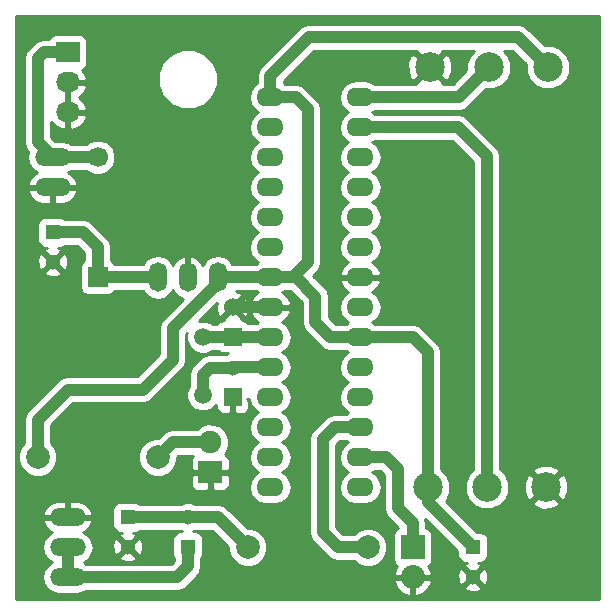
<source format=gbr>
G04 #@! TF.FileFunction,Copper,L2,Bot,Signal*
%FSLAX45Y45*%
G04 Gerber Fmt 4.5, Leading zero omitted, Abs format (unit mm)*
G04 Created by KiCad (PCBNEW 4.0.2+dfsg1-stable) date lun 13 mar 2017 18:38:15 ART*
%MOMM*%
G01*
G04 APERTURE LIST*
%ADD10C,0.100000*%
%ADD11C,2.499360*%
%ADD12R,1.300000X1.300000*%
%ADD13C,1.300000*%
%ADD14R,1.524000X1.524000*%
%ADD15C,1.524000*%
%ADD16C,1.998980*%
%ADD17O,3.014980X1.506220*%
%ADD18O,2.300000X1.600000*%
%ADD19R,2.000000X1.900000*%
%ADD20C,1.900000*%
%ADD21C,1.699260*%
%ADD22R,1.699260X1.699260*%
%ADD23R,2.032000X1.727200*%
%ADD24O,2.032000X1.727200*%
%ADD25R,2.032000X2.032000*%
%ADD26O,2.032000X2.032000*%
%ADD27O,1.501140X2.499360*%
%ADD28C,1.501140*%
%ADD29C,1.016000*%
%ADD30C,0.254000*%
G04 APERTURE END LIST*
D10*
D11*
X23629874Y-5080000D03*
X23129748Y-5080000D03*
X24130000Y-5080000D03*
D12*
X23495000Y-9144000D03*
D13*
X23495000Y-9394000D03*
D12*
X19939000Y-6477000D03*
D13*
X19939000Y-6727000D03*
D12*
X21082000Y-9140000D03*
D13*
X21082000Y-8890000D03*
D14*
X21463000Y-7362000D03*
D15*
X21463000Y-7112000D03*
D14*
X21463000Y-7874000D03*
D13*
X21463000Y-7624000D03*
D16*
X20828000Y-8382000D03*
X19812000Y-8382000D03*
X21590000Y-9144000D03*
X22606000Y-9144000D03*
D17*
X20066000Y-9398000D03*
X20066000Y-9144000D03*
X20066000Y-8890000D03*
D18*
X21780500Y-5334000D03*
X21780500Y-5588000D03*
X21780500Y-5842000D03*
X21780500Y-6096000D03*
X21780500Y-6350000D03*
X21780500Y-6604000D03*
X21780500Y-6858000D03*
X21780500Y-7112000D03*
X21780500Y-7366000D03*
X21780500Y-7620000D03*
X21780500Y-7874000D03*
X21780500Y-8128000D03*
X21780500Y-8382000D03*
X21780500Y-8636000D03*
X22542500Y-8636000D03*
X22542500Y-8382000D03*
X22542500Y-8128000D03*
X22542500Y-7874000D03*
X22542500Y-7620000D03*
X22542500Y-7366000D03*
X22542500Y-7112000D03*
X22542500Y-6858000D03*
X22542500Y-6604000D03*
X22542500Y-6350000D03*
X22542500Y-6096000D03*
X22542500Y-5842000D03*
X22542500Y-5588000D03*
X22542500Y-5334000D03*
D19*
X21272500Y-8509000D03*
D20*
X21272500Y-8255000D03*
D21*
X20319746Y-5841948D03*
D22*
X20319746Y-6857948D03*
D12*
X20574000Y-8890000D03*
D13*
X20574000Y-9140000D03*
D17*
X19939000Y-5842000D03*
X19939000Y-6096000D03*
D23*
X20066000Y-4953000D03*
D24*
X20066000Y-5207000D03*
X20066000Y-5461000D03*
D25*
X22987000Y-9144000D03*
D26*
X22987000Y-9398000D03*
D27*
X21082000Y-6858000D03*
X20828000Y-6858000D03*
X21336000Y-6858000D03*
D28*
X21209000Y-7854188D03*
X21209000Y-7366000D03*
D11*
X23614126Y-8636000D03*
X24114252Y-8636000D03*
X23114000Y-8636000D03*
D29*
X19939000Y-5842000D02*
X20319694Y-5842000D01*
X20319694Y-5842000D02*
X20319746Y-5841948D01*
X19812000Y-5715000D02*
X19939000Y-5842000D01*
X19812000Y-5003800D02*
X19812000Y-5715000D01*
X20066000Y-4953000D02*
X19862800Y-4953000D01*
X19862800Y-4953000D02*
X19812000Y-5003800D01*
X19939468Y-5841532D02*
X19939000Y-5842000D01*
X21463000Y-7112000D02*
X21780500Y-7112000D01*
X21082000Y-8890000D02*
X21336000Y-8890000D01*
X21336000Y-8890000D02*
X21590000Y-9144000D01*
X20574000Y-8890000D02*
X21082000Y-8890000D01*
X20066000Y-9398000D02*
X20990600Y-9398000D01*
X20990600Y-9398000D02*
X21082000Y-9306600D01*
X21082000Y-9306600D02*
X21082000Y-9140000D01*
X20066000Y-9144000D02*
X20066000Y-9398000D01*
X20319746Y-6857948D02*
X20827948Y-6857948D01*
X20827948Y-6857948D02*
X20828000Y-6858000D01*
X20193000Y-6477000D02*
X20319746Y-6603746D01*
X20319746Y-6603746D02*
X20319746Y-6857948D01*
X19939000Y-6477000D02*
X20193000Y-6477000D01*
X23114000Y-7493000D02*
X22987000Y-7366000D01*
X22987000Y-7366000D02*
X22542500Y-7366000D01*
X23114000Y-8636000D02*
X23114000Y-7493000D01*
X23114000Y-8636000D02*
X23114000Y-8763000D01*
X23114000Y-8763000D02*
X23495000Y-9144000D01*
X22106900Y-4826000D02*
X23876000Y-4826000D01*
X23876000Y-4826000D02*
X24130000Y-5080000D01*
X21780500Y-5334000D02*
X21780500Y-5152400D01*
X21780500Y-5152400D02*
X22106900Y-4826000D01*
X21997100Y-6858000D02*
X21997100Y-6831900D01*
X21997100Y-6831900D02*
X22098000Y-6731000D01*
X22098000Y-5434900D02*
X21997100Y-5334000D01*
X22098000Y-6731000D02*
X22098000Y-5434900D01*
X21997100Y-5334000D02*
X21780500Y-5334000D01*
X22161500Y-7239000D02*
X22288500Y-7366000D01*
X22288500Y-7366000D02*
X22542500Y-7366000D01*
X22161500Y-7022400D02*
X22161500Y-7239000D01*
X21780500Y-6858000D02*
X21997100Y-6858000D01*
X21997100Y-6858000D02*
X22161500Y-7022400D01*
X21336000Y-6858000D02*
X21336000Y-6907911D01*
X21336000Y-6907911D02*
X20955000Y-7288911D01*
X19812000Y-8064500D02*
X19812000Y-8382000D01*
X20955000Y-7288911D02*
X20955000Y-7556500D01*
X20955000Y-7556500D02*
X20701000Y-7810500D01*
X20701000Y-7810500D02*
X20066000Y-7810500D01*
X20066000Y-7810500D02*
X19812000Y-8064500D01*
X21336000Y-6858000D02*
X21780500Y-6858000D01*
X20828000Y-8382000D02*
X20955000Y-8255000D01*
X20955000Y-8255000D02*
X21272500Y-8255000D01*
X22987000Y-9144000D02*
X22987000Y-8940800D01*
X22860000Y-8813800D02*
X22860000Y-8482900D01*
X22987000Y-8940800D02*
X22860000Y-8813800D01*
X22860000Y-8482900D02*
X22759100Y-8382000D01*
X22759100Y-8382000D02*
X22542500Y-8382000D01*
X22606000Y-9144000D02*
X22352000Y-9144000D01*
X22352000Y-9144000D02*
X22225000Y-9017000D01*
X22225000Y-8228900D02*
X22325900Y-8128000D01*
X22225000Y-9017000D02*
X22225000Y-8228900D01*
X22325900Y-8128000D02*
X22542500Y-8128000D01*
X23614126Y-5834126D02*
X23368000Y-5588000D01*
X23368000Y-5588000D02*
X22542500Y-5588000D01*
X23614126Y-8636000D02*
X23614126Y-5834126D01*
X23629874Y-5080000D02*
X23375874Y-5334000D01*
X23375874Y-5334000D02*
X22542500Y-5334000D01*
X21780500Y-7620000D02*
X21467000Y-7620000D01*
X21467000Y-7620000D02*
X21463000Y-7624000D01*
X21209000Y-7683500D02*
X21268500Y-7624000D01*
X21268500Y-7624000D02*
X21463000Y-7624000D01*
X21209000Y-7854188D02*
X21209000Y-7683500D01*
X21463000Y-7362000D02*
X21776500Y-7362000D01*
X21776500Y-7362000D02*
X21780500Y-7366000D01*
X21209000Y-7366000D02*
X21459000Y-7366000D01*
X21459000Y-7366000D02*
X21463000Y-7362000D01*
D30*
G36*
X24567000Y-9581000D02*
X19629000Y-9581000D01*
X19629000Y-9144000D01*
X19847554Y-9144000D01*
X19858120Y-9197121D01*
X19888210Y-9242154D01*
X19931381Y-9271000D01*
X19888210Y-9299846D01*
X19858120Y-9344879D01*
X19847554Y-9398000D01*
X19858120Y-9451121D01*
X19888210Y-9496154D01*
X19933244Y-9526245D01*
X19986365Y-9536811D01*
X20145635Y-9536811D01*
X20198756Y-9526245D01*
X20219626Y-9512300D01*
X20990600Y-9512300D01*
X21034341Y-9503599D01*
X21071422Y-9478822D01*
X21113950Y-9436294D01*
X22826402Y-9436294D01*
X22846361Y-9484482D01*
X22890162Y-9531719D01*
X22948705Y-9558598D01*
X22974300Y-9546737D01*
X22974300Y-9410700D01*
X22999700Y-9410700D01*
X22999700Y-9546737D01*
X23025295Y-9558598D01*
X23083838Y-9531719D01*
X23127638Y-9484482D01*
X23127879Y-9483902D01*
X23423059Y-9483902D01*
X23428627Y-9506961D01*
X23476908Y-9523762D01*
X23527943Y-9520808D01*
X23561373Y-9506961D01*
X23566941Y-9483902D01*
X23495000Y-9411961D01*
X23423059Y-9483902D01*
X23127879Y-9483902D01*
X23147597Y-9436294D01*
X23135684Y-9410700D01*
X22999700Y-9410700D01*
X22974300Y-9410700D01*
X22838316Y-9410700D01*
X22826402Y-9436294D01*
X21113950Y-9436294D01*
X21162822Y-9387422D01*
X21187599Y-9350341D01*
X21196300Y-9306600D01*
X21196300Y-9245327D01*
X21206643Y-9230189D01*
X21211744Y-9205000D01*
X21211744Y-9075000D01*
X21207316Y-9051468D01*
X21193409Y-9029856D01*
X21172189Y-9015357D01*
X21147000Y-9010256D01*
X21127454Y-9010256D01*
X21141869Y-9004300D01*
X21288655Y-9004300D01*
X21426553Y-9142197D01*
X21426523Y-9176369D01*
X21451354Y-9236466D01*
X21497293Y-9282485D01*
X21557345Y-9307421D01*
X21622369Y-9307477D01*
X21682466Y-9282646D01*
X21728485Y-9236707D01*
X21753421Y-9176655D01*
X21753477Y-9111631D01*
X21728646Y-9051535D01*
X21682707Y-9005515D01*
X21622655Y-8980579D01*
X21588194Y-8980549D01*
X21416822Y-8809178D01*
X21379741Y-8784401D01*
X21336000Y-8775700D01*
X21141816Y-8775700D01*
X21107672Y-8761522D01*
X21056552Y-8761478D01*
X21022131Y-8775700D01*
X20679327Y-8775700D01*
X20664189Y-8765357D01*
X20639000Y-8760256D01*
X20509000Y-8760256D01*
X20485468Y-8764684D01*
X20463856Y-8778591D01*
X20449357Y-8799811D01*
X20444256Y-8825000D01*
X20444256Y-8955000D01*
X20448684Y-8978532D01*
X20462591Y-9000144D01*
X20483811Y-9014643D01*
X20509000Y-9019744D01*
X20525239Y-9019744D01*
X20507627Y-9027039D01*
X20502059Y-9050098D01*
X20574000Y-9122040D01*
X20645941Y-9050098D01*
X20640373Y-9027039D01*
X20619410Y-9019744D01*
X20639000Y-9019744D01*
X20662532Y-9015316D01*
X20679651Y-9004300D01*
X21022184Y-9004300D01*
X21036528Y-9010256D01*
X21017000Y-9010256D01*
X20993468Y-9014684D01*
X20971856Y-9028591D01*
X20957357Y-9049811D01*
X20952256Y-9075000D01*
X20952256Y-9205000D01*
X20956684Y-9228532D01*
X20967700Y-9245651D01*
X20967700Y-9259255D01*
X20943255Y-9283700D01*
X20219626Y-9283700D01*
X20200619Y-9271000D01*
X20243790Y-9242154D01*
X20251977Y-9229902D01*
X20502059Y-9229902D01*
X20507627Y-9252961D01*
X20555908Y-9269762D01*
X20606943Y-9266808D01*
X20640373Y-9252961D01*
X20645941Y-9229902D01*
X20574000Y-9157961D01*
X20502059Y-9229902D01*
X20251977Y-9229902D01*
X20273880Y-9197121D01*
X20284446Y-9144000D01*
X20280052Y-9121908D01*
X20444238Y-9121908D01*
X20447192Y-9172943D01*
X20461039Y-9206373D01*
X20484098Y-9211941D01*
X20556040Y-9140000D01*
X20591961Y-9140000D01*
X20663902Y-9211941D01*
X20686961Y-9206373D01*
X20703762Y-9158092D01*
X20700808Y-9107057D01*
X20686961Y-9073627D01*
X20663902Y-9068059D01*
X20591961Y-9140000D01*
X20556040Y-9140000D01*
X20484098Y-9068059D01*
X20461039Y-9073627D01*
X20444238Y-9121908D01*
X20280052Y-9121908D01*
X20273880Y-9090879D01*
X20243790Y-9045846D01*
X20198756Y-9015755D01*
X20198469Y-9015698D01*
X20206292Y-9013385D01*
X20248572Y-8979174D01*
X20274543Y-8931388D01*
X20275978Y-8924167D01*
X20263716Y-8902700D01*
X20078700Y-8902700D01*
X20078700Y-8904700D01*
X20053300Y-8904700D01*
X20053300Y-8902700D01*
X19868284Y-8902700D01*
X19856022Y-8924167D01*
X19857457Y-8931388D01*
X19883428Y-8979174D01*
X19925708Y-9013385D01*
X19933531Y-9015698D01*
X19933244Y-9015755D01*
X19888210Y-9045846D01*
X19858120Y-9090879D01*
X19847554Y-9144000D01*
X19629000Y-9144000D01*
X19629000Y-8855833D01*
X19856022Y-8855833D01*
X19868284Y-8877300D01*
X20053300Y-8877300D01*
X20053300Y-8751189D01*
X20078700Y-8751189D01*
X20078700Y-8877300D01*
X20263716Y-8877300D01*
X20275978Y-8855833D01*
X20274543Y-8848613D01*
X20248572Y-8800826D01*
X20206292Y-8766615D01*
X20154138Y-8751189D01*
X20078700Y-8751189D01*
X20053300Y-8751189D01*
X19977862Y-8751189D01*
X19925708Y-8766615D01*
X19883428Y-8800826D01*
X19857457Y-8848613D01*
X19856022Y-8855833D01*
X19629000Y-8855833D01*
X19629000Y-8414369D01*
X19648523Y-8414369D01*
X19673354Y-8474466D01*
X19719293Y-8520485D01*
X19779345Y-8545421D01*
X19844369Y-8545477D01*
X19904466Y-8520646D01*
X19950485Y-8474707D01*
X19975421Y-8414655D01*
X19975421Y-8414369D01*
X20664523Y-8414369D01*
X20689354Y-8474466D01*
X20735293Y-8520485D01*
X20795345Y-8545421D01*
X20860369Y-8545477D01*
X20879495Y-8537575D01*
X21109000Y-8537575D01*
X21109000Y-8616631D01*
X21118667Y-8639970D01*
X21136530Y-8657833D01*
X21159869Y-8667500D01*
X21243925Y-8667500D01*
X21259800Y-8651625D01*
X21259800Y-8521700D01*
X21285200Y-8521700D01*
X21285200Y-8651625D01*
X21301075Y-8667500D01*
X21385131Y-8667500D01*
X21408470Y-8657833D01*
X21426333Y-8639970D01*
X21436000Y-8616631D01*
X21436000Y-8537575D01*
X21420125Y-8521700D01*
X21285200Y-8521700D01*
X21259800Y-8521700D01*
X21124875Y-8521700D01*
X21109000Y-8537575D01*
X20879495Y-8537575D01*
X20920466Y-8520646D01*
X20966485Y-8474707D01*
X20991421Y-8414655D01*
X20991451Y-8380194D01*
X21002345Y-8369300D01*
X21127397Y-8369300D01*
X21118667Y-8378030D01*
X21109000Y-8401369D01*
X21109000Y-8480425D01*
X21124875Y-8496300D01*
X21259800Y-8496300D01*
X21259800Y-8494300D01*
X21285200Y-8494300D01*
X21285200Y-8496300D01*
X21420125Y-8496300D01*
X21436000Y-8480425D01*
X21436000Y-8401369D01*
X21426333Y-8378030D01*
X21408470Y-8360167D01*
X21396475Y-8355199D01*
X21406791Y-8344900D01*
X21430972Y-8286666D01*
X21431028Y-8223611D01*
X21406948Y-8165334D01*
X21362400Y-8120709D01*
X21304166Y-8096528D01*
X21241111Y-8096472D01*
X21182834Y-8120552D01*
X21162651Y-8140700D01*
X20955000Y-8140700D01*
X20911259Y-8149401D01*
X20874178Y-8174178D01*
X20829803Y-8218552D01*
X20795631Y-8218523D01*
X20735535Y-8243354D01*
X20689515Y-8289293D01*
X20664579Y-8349345D01*
X20664523Y-8414369D01*
X19975421Y-8414369D01*
X19975477Y-8349631D01*
X19950646Y-8289534D01*
X19926300Y-8265146D01*
X19926300Y-8111845D01*
X20113345Y-7924800D01*
X20701000Y-7924800D01*
X20744741Y-7916099D01*
X20781822Y-7891322D01*
X21035822Y-7637322D01*
X21060599Y-7600241D01*
X21069300Y-7556500D01*
X21069300Y-7336256D01*
X21072761Y-7332795D01*
X21070467Y-7338318D01*
X21070419Y-7393440D01*
X21091469Y-7444384D01*
X21130411Y-7483394D01*
X21181318Y-7504533D01*
X21236440Y-7504581D01*
X21287384Y-7483531D01*
X21290621Y-7480300D01*
X21338432Y-7480300D01*
X21340391Y-7483344D01*
X21361611Y-7497843D01*
X21386800Y-7502944D01*
X21419482Y-7502944D01*
X21403131Y-7509700D01*
X21268500Y-7509700D01*
X21224759Y-7518401D01*
X21187678Y-7543178D01*
X21128178Y-7602678D01*
X21103401Y-7639759D01*
X21094700Y-7683500D01*
X21094700Y-7772510D01*
X21091606Y-7775599D01*
X21070467Y-7826506D01*
X21070419Y-7881628D01*
X21091469Y-7932572D01*
X21130411Y-7971582D01*
X21181318Y-7992721D01*
X21236440Y-7992769D01*
X21287384Y-7971719D01*
X21323300Y-7935866D01*
X21323300Y-7962831D01*
X21332967Y-7986170D01*
X21350830Y-8004033D01*
X21374169Y-8013700D01*
X21434425Y-8013700D01*
X21450300Y-7997825D01*
X21450300Y-7886700D01*
X21448300Y-7886700D01*
X21448300Y-7861300D01*
X21450300Y-7861300D01*
X21450300Y-7859300D01*
X21475700Y-7859300D01*
X21475700Y-7861300D01*
X21477700Y-7861300D01*
X21477700Y-7886700D01*
X21475700Y-7886700D01*
X21475700Y-7997825D01*
X21491575Y-8013700D01*
X21551831Y-8013700D01*
X21575170Y-8004033D01*
X21593033Y-7986170D01*
X21602700Y-7962831D01*
X21602700Y-7902575D01*
X21586825Y-7886700D01*
X21601029Y-7886700D01*
X21609426Y-7928915D01*
X21640533Y-7975470D01*
X21678742Y-8001000D01*
X21640533Y-8026530D01*
X21609426Y-8073085D01*
X21598503Y-8128000D01*
X21609426Y-8182915D01*
X21640533Y-8229470D01*
X21678742Y-8255000D01*
X21640533Y-8280530D01*
X21609426Y-8327085D01*
X21598503Y-8382000D01*
X21609426Y-8436915D01*
X21640533Y-8483470D01*
X21678742Y-8509000D01*
X21640533Y-8534530D01*
X21609426Y-8581085D01*
X21598503Y-8636000D01*
X21609426Y-8690915D01*
X21640533Y-8737470D01*
X21687088Y-8768577D01*
X21742003Y-8779500D01*
X21818997Y-8779500D01*
X21873912Y-8768577D01*
X21920467Y-8737470D01*
X21951574Y-8690915D01*
X21962497Y-8636000D01*
X21951574Y-8581085D01*
X21920467Y-8534530D01*
X21882258Y-8509000D01*
X21920467Y-8483470D01*
X21951574Y-8436915D01*
X21962497Y-8382000D01*
X21951574Y-8327085D01*
X21920467Y-8280530D01*
X21882258Y-8255000D01*
X21920467Y-8229470D01*
X21951574Y-8182915D01*
X21962497Y-8128000D01*
X21951574Y-8073085D01*
X21920467Y-8026530D01*
X21882258Y-8001000D01*
X21920467Y-7975470D01*
X21951574Y-7928915D01*
X21962497Y-7874000D01*
X21951574Y-7819085D01*
X21920467Y-7772530D01*
X21882258Y-7747000D01*
X21920467Y-7721470D01*
X21951574Y-7674915D01*
X21962497Y-7620000D01*
X21951574Y-7565085D01*
X21920467Y-7518530D01*
X21882258Y-7493000D01*
X21920467Y-7467470D01*
X21951574Y-7420915D01*
X21962497Y-7366000D01*
X21951574Y-7311085D01*
X21920467Y-7264530D01*
X21882685Y-7239285D01*
X21925950Y-7204490D01*
X21952937Y-7155182D01*
X21954690Y-7146904D01*
X21942492Y-7124700D01*
X21793200Y-7124700D01*
X21793200Y-7126700D01*
X21767800Y-7126700D01*
X21767800Y-7124700D01*
X21765800Y-7124700D01*
X21765800Y-7099300D01*
X21767800Y-7099300D01*
X21767800Y-7097300D01*
X21793200Y-7097300D01*
X21793200Y-7099300D01*
X21942492Y-7099300D01*
X21954690Y-7077096D01*
X21952937Y-7068818D01*
X21925950Y-7019510D01*
X21882685Y-6984715D01*
X21901265Y-6972300D01*
X21949755Y-6972300D01*
X22047200Y-7069745D01*
X22047200Y-7239000D01*
X22055901Y-7282741D01*
X22080678Y-7319822D01*
X22207678Y-7446822D01*
X22244759Y-7471599D01*
X22288500Y-7480300D01*
X22421735Y-7480300D01*
X22440742Y-7493000D01*
X22402533Y-7518530D01*
X22371426Y-7565085D01*
X22360503Y-7620000D01*
X22371426Y-7674915D01*
X22402533Y-7721470D01*
X22440742Y-7747000D01*
X22402533Y-7772530D01*
X22371426Y-7819085D01*
X22360503Y-7874000D01*
X22371426Y-7928915D01*
X22402533Y-7975470D01*
X22440742Y-8001000D01*
X22421735Y-8013700D01*
X22325900Y-8013700D01*
X22282159Y-8022401D01*
X22245078Y-8047178D01*
X22144178Y-8148078D01*
X22119401Y-8185159D01*
X22110700Y-8228900D01*
X22110700Y-9017000D01*
X22119401Y-9060741D01*
X22144178Y-9097822D01*
X22271178Y-9224822D01*
X22308259Y-9249599D01*
X22352000Y-9258300D01*
X22489150Y-9258300D01*
X22513293Y-9282485D01*
X22573345Y-9307421D01*
X22638369Y-9307477D01*
X22698465Y-9282646D01*
X22744485Y-9236707D01*
X22769421Y-9176655D01*
X22769477Y-9111631D01*
X22744646Y-9051535D01*
X22698707Y-9005515D01*
X22638655Y-8980579D01*
X22573631Y-8980523D01*
X22513534Y-9005354D01*
X22489146Y-9029700D01*
X22399345Y-9029700D01*
X22339300Y-8969655D01*
X22339300Y-8276245D01*
X22373245Y-8242300D01*
X22421735Y-8242300D01*
X22440742Y-8255000D01*
X22402533Y-8280530D01*
X22371426Y-8327085D01*
X22360503Y-8382000D01*
X22371426Y-8436915D01*
X22402533Y-8483470D01*
X22440742Y-8509000D01*
X22402533Y-8534530D01*
X22371426Y-8581085D01*
X22360503Y-8636000D01*
X22371426Y-8690915D01*
X22402533Y-8737470D01*
X22449088Y-8768577D01*
X22504003Y-8779500D01*
X22580997Y-8779500D01*
X22635912Y-8768577D01*
X22682467Y-8737470D01*
X22713574Y-8690915D01*
X22724497Y-8636000D01*
X22713574Y-8581085D01*
X22682467Y-8534530D01*
X22644258Y-8509000D01*
X22663265Y-8496300D01*
X22711755Y-8496300D01*
X22745700Y-8530245D01*
X22745700Y-8813800D01*
X22754401Y-8857541D01*
X22779178Y-8894622D01*
X22865884Y-8981328D01*
X22861868Y-8982084D01*
X22840256Y-8995991D01*
X22825757Y-9017211D01*
X22820656Y-9042400D01*
X22820656Y-9245600D01*
X22825084Y-9269132D01*
X22838991Y-9290744D01*
X22855295Y-9301884D01*
X22846361Y-9311518D01*
X22826402Y-9359706D01*
X22838316Y-9385300D01*
X22974300Y-9385300D01*
X22974300Y-9383300D01*
X22999700Y-9383300D01*
X22999700Y-9385300D01*
X23135684Y-9385300D01*
X23140055Y-9375908D01*
X23365238Y-9375908D01*
X23368192Y-9426943D01*
X23382039Y-9460373D01*
X23405098Y-9465941D01*
X23477039Y-9394000D01*
X23512960Y-9394000D01*
X23584902Y-9465941D01*
X23607961Y-9460373D01*
X23624762Y-9412092D01*
X23621808Y-9361057D01*
X23607961Y-9327627D01*
X23584902Y-9322059D01*
X23512960Y-9394000D01*
X23477039Y-9394000D01*
X23405098Y-9322059D01*
X23382039Y-9327627D01*
X23365238Y-9375908D01*
X23140055Y-9375908D01*
X23147597Y-9359706D01*
X23127638Y-9311518D01*
X23118590Y-9301760D01*
X23133744Y-9292009D01*
X23148243Y-9270789D01*
X23153344Y-9245600D01*
X23153344Y-9042400D01*
X23148916Y-9018868D01*
X23135009Y-8997256D01*
X23113789Y-8982757D01*
X23101300Y-8980228D01*
X23101300Y-8940800D01*
X23094135Y-8904780D01*
X23365256Y-9175901D01*
X23365256Y-9209000D01*
X23369684Y-9232532D01*
X23383591Y-9254144D01*
X23404811Y-9268643D01*
X23430000Y-9273744D01*
X23446238Y-9273744D01*
X23428627Y-9281039D01*
X23423059Y-9304098D01*
X23495000Y-9376040D01*
X23566941Y-9304098D01*
X23561373Y-9281039D01*
X23540410Y-9273744D01*
X23560000Y-9273744D01*
X23583532Y-9269316D01*
X23605144Y-9255409D01*
X23619643Y-9234189D01*
X23624744Y-9209000D01*
X23624744Y-9079000D01*
X23620316Y-9055468D01*
X23606409Y-9033856D01*
X23585189Y-9019357D01*
X23560000Y-9014256D01*
X23526901Y-9014256D01*
X23264604Y-8751960D01*
X23273682Y-8742898D01*
X23302435Y-8673653D01*
X23302501Y-8598676D01*
X23273869Y-8529381D01*
X23228300Y-8483733D01*
X23228300Y-7493000D01*
X23219599Y-7449259D01*
X23194822Y-7412178D01*
X23067822Y-7285178D01*
X23030741Y-7260401D01*
X22987000Y-7251700D01*
X22663265Y-7251700D01*
X22644258Y-7239000D01*
X22682467Y-7213470D01*
X22713574Y-7166915D01*
X22724497Y-7112000D01*
X22713574Y-7057085D01*
X22682467Y-7010530D01*
X22644685Y-6985285D01*
X22687950Y-6950490D01*
X22714937Y-6901182D01*
X22716690Y-6892904D01*
X22704491Y-6870700D01*
X22555200Y-6870700D01*
X22555200Y-6872700D01*
X22529800Y-6872700D01*
X22529800Y-6870700D01*
X22380508Y-6870700D01*
X22368310Y-6892904D01*
X22370063Y-6901182D01*
X22397050Y-6950490D01*
X22440315Y-6985285D01*
X22402533Y-7010530D01*
X22371426Y-7057085D01*
X22360503Y-7112000D01*
X22371426Y-7166915D01*
X22402533Y-7213470D01*
X22440742Y-7239000D01*
X22421735Y-7251700D01*
X22335845Y-7251700D01*
X22275800Y-7191655D01*
X22275800Y-7022400D01*
X22267099Y-6978659D01*
X22242322Y-6941578D01*
X22145695Y-6844950D01*
X22178822Y-6811822D01*
X22203599Y-6774741D01*
X22212300Y-6731000D01*
X22212300Y-5434900D01*
X22203599Y-5391159D01*
X22178822Y-5354078D01*
X22077922Y-5253178D01*
X22040841Y-5228401D01*
X21997100Y-5219700D01*
X21901265Y-5219700D01*
X21894800Y-5215380D01*
X21894800Y-5199745D01*
X22046956Y-5047588D01*
X22940341Y-5047588D01*
X22942355Y-5122538D01*
X22967162Y-5182428D01*
X22996439Y-5195348D01*
X23111787Y-5080000D01*
X23147708Y-5080000D01*
X23263057Y-5195348D01*
X23292334Y-5182428D01*
X23319155Y-5112412D01*
X23317141Y-5037462D01*
X23292334Y-4977573D01*
X23263057Y-4964652D01*
X23147708Y-5080000D01*
X23111787Y-5080000D01*
X22996439Y-4964652D01*
X22967162Y-4977573D01*
X22940341Y-5047588D01*
X22046956Y-5047588D01*
X22154245Y-4940300D01*
X23017220Y-4940300D01*
X23014400Y-4946691D01*
X23129748Y-5062040D01*
X23245096Y-4946691D01*
X23242276Y-4940300D01*
X23503051Y-4940300D01*
X23470192Y-4973102D01*
X23441439Y-5042347D01*
X23441382Y-5106847D01*
X23328529Y-5219700D01*
X23242276Y-5219700D01*
X23245096Y-5213309D01*
X23129748Y-5097961D01*
X23014400Y-5213309D01*
X23017220Y-5219700D01*
X22663265Y-5219700D01*
X22635912Y-5201423D01*
X22580997Y-5190500D01*
X22504003Y-5190500D01*
X22449088Y-5201423D01*
X22402533Y-5232530D01*
X22371426Y-5279085D01*
X22360503Y-5334000D01*
X22371426Y-5388915D01*
X22402533Y-5435470D01*
X22440742Y-5461000D01*
X22402533Y-5486530D01*
X22371426Y-5533085D01*
X22360503Y-5588000D01*
X22371426Y-5642915D01*
X22402533Y-5689470D01*
X22440742Y-5715000D01*
X22402533Y-5740530D01*
X22371426Y-5787085D01*
X22360503Y-5842000D01*
X22371426Y-5896915D01*
X22402533Y-5943470D01*
X22440742Y-5969000D01*
X22402533Y-5994530D01*
X22371426Y-6041085D01*
X22360503Y-6096000D01*
X22371426Y-6150915D01*
X22402533Y-6197470D01*
X22440742Y-6223000D01*
X22402533Y-6248530D01*
X22371426Y-6295085D01*
X22360503Y-6350000D01*
X22371426Y-6404915D01*
X22402533Y-6451470D01*
X22440742Y-6477000D01*
X22402533Y-6502530D01*
X22371426Y-6549085D01*
X22360503Y-6604000D01*
X22371426Y-6658915D01*
X22402533Y-6705470D01*
X22440315Y-6730715D01*
X22397050Y-6765510D01*
X22370063Y-6814818D01*
X22368310Y-6823096D01*
X22380508Y-6845300D01*
X22529800Y-6845300D01*
X22529800Y-6843300D01*
X22555200Y-6843300D01*
X22555200Y-6845300D01*
X22704491Y-6845300D01*
X22716690Y-6823096D01*
X22714937Y-6814818D01*
X22687950Y-6765510D01*
X22644685Y-6730715D01*
X22682467Y-6705470D01*
X22713574Y-6658915D01*
X22724497Y-6604000D01*
X22713574Y-6549085D01*
X22682467Y-6502530D01*
X22644258Y-6477000D01*
X22682467Y-6451470D01*
X22713574Y-6404915D01*
X22724497Y-6350000D01*
X22713574Y-6295085D01*
X22682467Y-6248530D01*
X22644258Y-6223000D01*
X22682467Y-6197470D01*
X22713574Y-6150915D01*
X22724497Y-6096000D01*
X22713574Y-6041085D01*
X22682467Y-5994530D01*
X22644258Y-5969000D01*
X22682467Y-5943470D01*
X22713574Y-5896915D01*
X22724497Y-5842000D01*
X22713574Y-5787085D01*
X22682467Y-5740530D01*
X22644258Y-5715000D01*
X22663265Y-5702300D01*
X23320655Y-5702300D01*
X23499826Y-5881471D01*
X23499826Y-8483799D01*
X23454444Y-8529102D01*
X23425691Y-8598347D01*
X23425625Y-8673324D01*
X23454257Y-8742619D01*
X23507228Y-8795682D01*
X23576473Y-8824435D01*
X23651450Y-8824501D01*
X23720745Y-8795869D01*
X23747351Y-8769309D01*
X23998904Y-8769309D01*
X24011824Y-8798586D01*
X24081840Y-8825407D01*
X24156790Y-8823393D01*
X24216679Y-8798586D01*
X24229600Y-8769309D01*
X24114252Y-8653961D01*
X23998904Y-8769309D01*
X23747351Y-8769309D01*
X23773808Y-8742898D01*
X23802561Y-8673653D01*
X23802622Y-8603588D01*
X23924845Y-8603588D01*
X23926859Y-8678538D01*
X23951666Y-8738428D01*
X23980943Y-8751348D01*
X24096291Y-8636000D01*
X24132212Y-8636000D01*
X24247561Y-8751348D01*
X24276838Y-8738428D01*
X24303659Y-8668412D01*
X24301645Y-8593462D01*
X24276838Y-8533573D01*
X24247561Y-8520652D01*
X24132212Y-8636000D01*
X24096291Y-8636000D01*
X23980943Y-8520652D01*
X23951666Y-8533573D01*
X23924845Y-8603588D01*
X23802622Y-8603588D01*
X23802627Y-8598676D01*
X23773995Y-8529381D01*
X23747351Y-8502691D01*
X23998904Y-8502691D01*
X24114252Y-8618040D01*
X24229600Y-8502691D01*
X24216679Y-8473414D01*
X24146664Y-8446593D01*
X24071714Y-8448607D01*
X24011824Y-8473414D01*
X23998904Y-8502691D01*
X23747351Y-8502691D01*
X23728426Y-8483733D01*
X23728426Y-5834126D01*
X23719725Y-5790385D01*
X23694948Y-5753304D01*
X23448822Y-5507178D01*
X23411741Y-5482401D01*
X23368000Y-5473700D01*
X22663265Y-5473700D01*
X22644258Y-5461000D01*
X22663265Y-5448300D01*
X23375874Y-5448300D01*
X23419615Y-5439599D01*
X23456696Y-5414822D01*
X23603074Y-5268445D01*
X23667198Y-5268501D01*
X23736493Y-5239869D01*
X23789556Y-5186898D01*
X23818309Y-5117653D01*
X23818375Y-5042676D01*
X23789743Y-4973381D01*
X23756719Y-4940300D01*
X23828655Y-4940300D01*
X23941555Y-5053200D01*
X23941499Y-5117324D01*
X23970131Y-5186619D01*
X24023102Y-5239682D01*
X24092347Y-5268435D01*
X24167324Y-5268501D01*
X24236619Y-5239869D01*
X24289682Y-5186898D01*
X24318435Y-5117653D01*
X24318501Y-5042676D01*
X24289869Y-4973381D01*
X24236898Y-4920318D01*
X24167653Y-4891565D01*
X24103153Y-4891509D01*
X23956822Y-4745178D01*
X23919741Y-4720401D01*
X23876000Y-4711700D01*
X22106900Y-4711700D01*
X22063159Y-4720401D01*
X22026078Y-4745178D01*
X21699678Y-5071578D01*
X21674901Y-5108659D01*
X21666200Y-5152400D01*
X21666200Y-5215380D01*
X21640533Y-5232530D01*
X21609426Y-5279085D01*
X21598503Y-5334000D01*
X21609426Y-5388915D01*
X21640533Y-5435470D01*
X21678742Y-5461000D01*
X21640533Y-5486530D01*
X21609426Y-5533085D01*
X21598503Y-5588000D01*
X21609426Y-5642915D01*
X21640533Y-5689470D01*
X21678742Y-5715000D01*
X21640533Y-5740530D01*
X21609426Y-5787085D01*
X21598503Y-5842000D01*
X21609426Y-5896915D01*
X21640533Y-5943470D01*
X21678742Y-5969000D01*
X21640533Y-5994530D01*
X21609426Y-6041085D01*
X21598503Y-6096000D01*
X21609426Y-6150915D01*
X21640533Y-6197470D01*
X21678742Y-6223000D01*
X21640533Y-6248530D01*
X21609426Y-6295085D01*
X21598503Y-6350000D01*
X21609426Y-6404915D01*
X21640533Y-6451470D01*
X21678742Y-6477000D01*
X21640533Y-6502530D01*
X21609426Y-6549085D01*
X21598503Y-6604000D01*
X21609426Y-6658915D01*
X21640533Y-6705470D01*
X21678742Y-6731000D01*
X21659735Y-6743700D01*
X21458883Y-6743700D01*
X21433975Y-6706422D01*
X21389024Y-6676387D01*
X21336000Y-6665840D01*
X21282977Y-6676387D01*
X21238025Y-6706422D01*
X21207990Y-6751373D01*
X21207805Y-6752303D01*
X21205150Y-6743332D01*
X21170994Y-6701134D01*
X21123290Y-6675219D01*
X21116128Y-6673801D01*
X21094700Y-6686066D01*
X21094700Y-6845300D01*
X21096700Y-6845300D01*
X21096700Y-6870700D01*
X21094700Y-6870700D01*
X21094700Y-6872700D01*
X21069300Y-6872700D01*
X21069300Y-6870700D01*
X21067300Y-6870700D01*
X21067300Y-6845300D01*
X21069300Y-6845300D01*
X21069300Y-6686066D01*
X21047873Y-6673801D01*
X21040710Y-6675219D01*
X20993006Y-6701134D01*
X20958850Y-6743332D01*
X20956195Y-6752303D01*
X20956010Y-6751373D01*
X20925975Y-6706422D01*
X20881024Y-6676387D01*
X20828000Y-6665840D01*
X20774977Y-6676387D01*
X20730025Y-6706422D01*
X20705152Y-6743648D01*
X20461290Y-6743648D01*
X20451118Y-6727841D01*
X20434046Y-6716176D01*
X20434046Y-6603746D01*
X20425345Y-6560005D01*
X20400568Y-6522924D01*
X20273822Y-6396178D01*
X20236741Y-6371401D01*
X20193000Y-6362700D01*
X20044327Y-6362700D01*
X20029189Y-6352357D01*
X20004000Y-6347256D01*
X19874000Y-6347256D01*
X19850468Y-6351684D01*
X19828856Y-6365591D01*
X19814357Y-6386811D01*
X19809256Y-6412000D01*
X19809256Y-6542000D01*
X19813684Y-6565532D01*
X19827591Y-6587144D01*
X19848811Y-6601643D01*
X19874000Y-6606744D01*
X19890239Y-6606744D01*
X19872627Y-6614039D01*
X19867059Y-6637098D01*
X19939000Y-6709039D01*
X20010941Y-6637098D01*
X20005373Y-6614039D01*
X19984410Y-6606744D01*
X20004000Y-6606744D01*
X20027532Y-6602316D01*
X20044651Y-6591300D01*
X20145655Y-6591300D01*
X20205446Y-6651091D01*
X20205446Y-6716404D01*
X20189639Y-6726576D01*
X20175140Y-6747796D01*
X20170039Y-6772985D01*
X20170039Y-6942911D01*
X20174467Y-6966443D01*
X20188374Y-6988055D01*
X20209594Y-7002554D01*
X20234783Y-7007655D01*
X20404709Y-7007655D01*
X20428241Y-7003227D01*
X20449853Y-6989320D01*
X20461518Y-6972248D01*
X20705082Y-6972248D01*
X20730025Y-7009578D01*
X20774977Y-7039613D01*
X20828000Y-7050160D01*
X20881024Y-7039613D01*
X20925975Y-7009578D01*
X20956010Y-6964627D01*
X20956195Y-6963697D01*
X20958850Y-6972668D01*
X20993006Y-7014866D01*
X21040710Y-7040781D01*
X21041357Y-7040909D01*
X20874178Y-7208089D01*
X20849401Y-7245170D01*
X20840700Y-7288911D01*
X20840700Y-7509155D01*
X20653655Y-7696200D01*
X20066000Y-7696200D01*
X20022259Y-7704901D01*
X19985178Y-7729678D01*
X19731178Y-7983678D01*
X19706401Y-8020759D01*
X19697700Y-8064500D01*
X19697700Y-8265150D01*
X19673515Y-8289293D01*
X19648579Y-8349345D01*
X19648523Y-8414369D01*
X19629000Y-8414369D01*
X19629000Y-6816902D01*
X19867059Y-6816902D01*
X19872627Y-6839961D01*
X19920908Y-6856762D01*
X19971943Y-6853808D01*
X20005373Y-6839961D01*
X20010941Y-6816902D01*
X19939000Y-6744960D01*
X19867059Y-6816902D01*
X19629000Y-6816902D01*
X19629000Y-6708908D01*
X19809238Y-6708908D01*
X19812192Y-6759943D01*
X19826039Y-6793373D01*
X19849098Y-6798941D01*
X19921040Y-6727000D01*
X19956961Y-6727000D01*
X20028902Y-6798941D01*
X20051961Y-6793373D01*
X20068762Y-6745092D01*
X20065808Y-6694057D01*
X20051961Y-6660627D01*
X20028902Y-6655059D01*
X19956961Y-6727000D01*
X19921040Y-6727000D01*
X19849098Y-6655059D01*
X19826039Y-6660627D01*
X19809238Y-6708908D01*
X19629000Y-6708908D01*
X19629000Y-6130167D01*
X19729022Y-6130167D01*
X19730457Y-6137387D01*
X19756428Y-6185174D01*
X19798708Y-6219385D01*
X19850862Y-6234811D01*
X19926300Y-6234811D01*
X19926300Y-6108700D01*
X19951700Y-6108700D01*
X19951700Y-6234811D01*
X20027138Y-6234811D01*
X20079292Y-6219385D01*
X20121572Y-6185174D01*
X20147543Y-6137387D01*
X20148978Y-6130167D01*
X20136716Y-6108700D01*
X19951700Y-6108700D01*
X19926300Y-6108700D01*
X19741284Y-6108700D01*
X19729022Y-6130167D01*
X19629000Y-6130167D01*
X19629000Y-5003800D01*
X19697700Y-5003800D01*
X19697700Y-5715000D01*
X19706401Y-5758741D01*
X19730069Y-5794163D01*
X19720554Y-5842000D01*
X19731120Y-5895121D01*
X19761210Y-5940154D01*
X19806244Y-5970245D01*
X19806531Y-5970302D01*
X19798708Y-5972615D01*
X19756428Y-6006826D01*
X19730457Y-6054612D01*
X19729022Y-6061833D01*
X19741284Y-6083300D01*
X19926300Y-6083300D01*
X19926300Y-6081300D01*
X19951700Y-6081300D01*
X19951700Y-6083300D01*
X20136716Y-6083300D01*
X20148978Y-6061833D01*
X20147543Y-6054612D01*
X20121572Y-6006826D01*
X20079292Y-5972615D01*
X20071469Y-5970302D01*
X20071756Y-5970245D01*
X20092626Y-5956300D01*
X20224123Y-5956300D01*
X20235539Y-5967735D01*
X20290085Y-5990385D01*
X20349148Y-5990437D01*
X20403734Y-5967882D01*
X20445533Y-5926155D01*
X20468183Y-5871609D01*
X20468235Y-5812546D01*
X20445680Y-5757960D01*
X20403953Y-5716161D01*
X20349407Y-5693511D01*
X20290344Y-5693459D01*
X20235758Y-5716014D01*
X20224052Y-5727700D01*
X20092626Y-5727700D01*
X20071756Y-5713755D01*
X20018635Y-5703189D01*
X19961834Y-5703189D01*
X19926300Y-5667655D01*
X19926300Y-5541599D01*
X19930927Y-5551204D01*
X19974568Y-5590195D01*
X20029809Y-5609518D01*
X20053300Y-5595092D01*
X20053300Y-5473700D01*
X20078700Y-5473700D01*
X20078700Y-5595092D01*
X20102191Y-5609518D01*
X20157432Y-5590195D01*
X20201073Y-5551204D01*
X20226471Y-5498479D01*
X20226736Y-5496903D01*
X20214622Y-5473700D01*
X20078700Y-5473700D01*
X20053300Y-5473700D01*
X20051300Y-5473700D01*
X20051300Y-5448300D01*
X20053300Y-5448300D01*
X20053300Y-5219700D01*
X20078700Y-5219700D01*
X20078700Y-5448300D01*
X20214622Y-5448300D01*
X20226736Y-5425097D01*
X20226471Y-5423521D01*
X20201073Y-5370796D01*
X20159889Y-5334000D01*
X20201073Y-5297204D01*
X20226471Y-5244479D01*
X20226736Y-5242903D01*
X20220940Y-5231802D01*
X20828464Y-5231802D01*
X20866975Y-5325004D01*
X20938221Y-5396375D01*
X21031356Y-5435048D01*
X21132202Y-5435136D01*
X21225404Y-5396625D01*
X21296775Y-5325379D01*
X21335448Y-5232244D01*
X21335536Y-5131399D01*
X21297025Y-5038196D01*
X21225779Y-4966825D01*
X21132644Y-4928152D01*
X21031799Y-4928064D01*
X20938596Y-4966575D01*
X20867225Y-5037821D01*
X20828552Y-5130956D01*
X20828464Y-5231802D01*
X20220940Y-5231802D01*
X20214622Y-5219700D01*
X20078700Y-5219700D01*
X20053300Y-5219700D01*
X20051300Y-5219700D01*
X20051300Y-5194300D01*
X20053300Y-5194300D01*
X20053300Y-5192300D01*
X20078700Y-5192300D01*
X20078700Y-5194300D01*
X20214622Y-5194300D01*
X20226736Y-5171097D01*
X20226471Y-5169521D01*
X20201073Y-5116796D01*
X20183516Y-5101109D01*
X20191132Y-5099676D01*
X20212744Y-5085769D01*
X20227243Y-5064549D01*
X20232344Y-5039360D01*
X20232344Y-4866640D01*
X20227916Y-4843108D01*
X20214009Y-4821496D01*
X20192789Y-4806997D01*
X20167600Y-4801896D01*
X19964400Y-4801896D01*
X19940868Y-4806324D01*
X19919256Y-4820231D01*
X19906637Y-4838700D01*
X19862800Y-4838700D01*
X19819059Y-4847401D01*
X19781978Y-4872178D01*
X19731178Y-4922978D01*
X19706401Y-4960059D01*
X19697700Y-5003800D01*
X19629000Y-5003800D01*
X19629000Y-4643000D01*
X24567000Y-4643000D01*
X24567000Y-9581000D01*
X24567000Y-9581000D01*
G37*
X24567000Y-9581000D02*
X19629000Y-9581000D01*
X19629000Y-9144000D01*
X19847554Y-9144000D01*
X19858120Y-9197121D01*
X19888210Y-9242154D01*
X19931381Y-9271000D01*
X19888210Y-9299846D01*
X19858120Y-9344879D01*
X19847554Y-9398000D01*
X19858120Y-9451121D01*
X19888210Y-9496154D01*
X19933244Y-9526245D01*
X19986365Y-9536811D01*
X20145635Y-9536811D01*
X20198756Y-9526245D01*
X20219626Y-9512300D01*
X20990600Y-9512300D01*
X21034341Y-9503599D01*
X21071422Y-9478822D01*
X21113950Y-9436294D01*
X22826402Y-9436294D01*
X22846361Y-9484482D01*
X22890162Y-9531719D01*
X22948705Y-9558598D01*
X22974300Y-9546737D01*
X22974300Y-9410700D01*
X22999700Y-9410700D01*
X22999700Y-9546737D01*
X23025295Y-9558598D01*
X23083838Y-9531719D01*
X23127638Y-9484482D01*
X23127879Y-9483902D01*
X23423059Y-9483902D01*
X23428627Y-9506961D01*
X23476908Y-9523762D01*
X23527943Y-9520808D01*
X23561373Y-9506961D01*
X23566941Y-9483902D01*
X23495000Y-9411961D01*
X23423059Y-9483902D01*
X23127879Y-9483902D01*
X23147597Y-9436294D01*
X23135684Y-9410700D01*
X22999700Y-9410700D01*
X22974300Y-9410700D01*
X22838316Y-9410700D01*
X22826402Y-9436294D01*
X21113950Y-9436294D01*
X21162822Y-9387422D01*
X21187599Y-9350341D01*
X21196300Y-9306600D01*
X21196300Y-9245327D01*
X21206643Y-9230189D01*
X21211744Y-9205000D01*
X21211744Y-9075000D01*
X21207316Y-9051468D01*
X21193409Y-9029856D01*
X21172189Y-9015357D01*
X21147000Y-9010256D01*
X21127454Y-9010256D01*
X21141869Y-9004300D01*
X21288655Y-9004300D01*
X21426553Y-9142197D01*
X21426523Y-9176369D01*
X21451354Y-9236466D01*
X21497293Y-9282485D01*
X21557345Y-9307421D01*
X21622369Y-9307477D01*
X21682466Y-9282646D01*
X21728485Y-9236707D01*
X21753421Y-9176655D01*
X21753477Y-9111631D01*
X21728646Y-9051535D01*
X21682707Y-9005515D01*
X21622655Y-8980579D01*
X21588194Y-8980549D01*
X21416822Y-8809178D01*
X21379741Y-8784401D01*
X21336000Y-8775700D01*
X21141816Y-8775700D01*
X21107672Y-8761522D01*
X21056552Y-8761478D01*
X21022131Y-8775700D01*
X20679327Y-8775700D01*
X20664189Y-8765357D01*
X20639000Y-8760256D01*
X20509000Y-8760256D01*
X20485468Y-8764684D01*
X20463856Y-8778591D01*
X20449357Y-8799811D01*
X20444256Y-8825000D01*
X20444256Y-8955000D01*
X20448684Y-8978532D01*
X20462591Y-9000144D01*
X20483811Y-9014643D01*
X20509000Y-9019744D01*
X20525239Y-9019744D01*
X20507627Y-9027039D01*
X20502059Y-9050098D01*
X20574000Y-9122040D01*
X20645941Y-9050098D01*
X20640373Y-9027039D01*
X20619410Y-9019744D01*
X20639000Y-9019744D01*
X20662532Y-9015316D01*
X20679651Y-9004300D01*
X21022184Y-9004300D01*
X21036528Y-9010256D01*
X21017000Y-9010256D01*
X20993468Y-9014684D01*
X20971856Y-9028591D01*
X20957357Y-9049811D01*
X20952256Y-9075000D01*
X20952256Y-9205000D01*
X20956684Y-9228532D01*
X20967700Y-9245651D01*
X20967700Y-9259255D01*
X20943255Y-9283700D01*
X20219626Y-9283700D01*
X20200619Y-9271000D01*
X20243790Y-9242154D01*
X20251977Y-9229902D01*
X20502059Y-9229902D01*
X20507627Y-9252961D01*
X20555908Y-9269762D01*
X20606943Y-9266808D01*
X20640373Y-9252961D01*
X20645941Y-9229902D01*
X20574000Y-9157961D01*
X20502059Y-9229902D01*
X20251977Y-9229902D01*
X20273880Y-9197121D01*
X20284446Y-9144000D01*
X20280052Y-9121908D01*
X20444238Y-9121908D01*
X20447192Y-9172943D01*
X20461039Y-9206373D01*
X20484098Y-9211941D01*
X20556040Y-9140000D01*
X20591961Y-9140000D01*
X20663902Y-9211941D01*
X20686961Y-9206373D01*
X20703762Y-9158092D01*
X20700808Y-9107057D01*
X20686961Y-9073627D01*
X20663902Y-9068059D01*
X20591961Y-9140000D01*
X20556040Y-9140000D01*
X20484098Y-9068059D01*
X20461039Y-9073627D01*
X20444238Y-9121908D01*
X20280052Y-9121908D01*
X20273880Y-9090879D01*
X20243790Y-9045846D01*
X20198756Y-9015755D01*
X20198469Y-9015698D01*
X20206292Y-9013385D01*
X20248572Y-8979174D01*
X20274543Y-8931388D01*
X20275978Y-8924167D01*
X20263716Y-8902700D01*
X20078700Y-8902700D01*
X20078700Y-8904700D01*
X20053300Y-8904700D01*
X20053300Y-8902700D01*
X19868284Y-8902700D01*
X19856022Y-8924167D01*
X19857457Y-8931388D01*
X19883428Y-8979174D01*
X19925708Y-9013385D01*
X19933531Y-9015698D01*
X19933244Y-9015755D01*
X19888210Y-9045846D01*
X19858120Y-9090879D01*
X19847554Y-9144000D01*
X19629000Y-9144000D01*
X19629000Y-8855833D01*
X19856022Y-8855833D01*
X19868284Y-8877300D01*
X20053300Y-8877300D01*
X20053300Y-8751189D01*
X20078700Y-8751189D01*
X20078700Y-8877300D01*
X20263716Y-8877300D01*
X20275978Y-8855833D01*
X20274543Y-8848613D01*
X20248572Y-8800826D01*
X20206292Y-8766615D01*
X20154138Y-8751189D01*
X20078700Y-8751189D01*
X20053300Y-8751189D01*
X19977862Y-8751189D01*
X19925708Y-8766615D01*
X19883428Y-8800826D01*
X19857457Y-8848613D01*
X19856022Y-8855833D01*
X19629000Y-8855833D01*
X19629000Y-8414369D01*
X19648523Y-8414369D01*
X19673354Y-8474466D01*
X19719293Y-8520485D01*
X19779345Y-8545421D01*
X19844369Y-8545477D01*
X19904466Y-8520646D01*
X19950485Y-8474707D01*
X19975421Y-8414655D01*
X19975421Y-8414369D01*
X20664523Y-8414369D01*
X20689354Y-8474466D01*
X20735293Y-8520485D01*
X20795345Y-8545421D01*
X20860369Y-8545477D01*
X20879495Y-8537575D01*
X21109000Y-8537575D01*
X21109000Y-8616631D01*
X21118667Y-8639970D01*
X21136530Y-8657833D01*
X21159869Y-8667500D01*
X21243925Y-8667500D01*
X21259800Y-8651625D01*
X21259800Y-8521700D01*
X21285200Y-8521700D01*
X21285200Y-8651625D01*
X21301075Y-8667500D01*
X21385131Y-8667500D01*
X21408470Y-8657833D01*
X21426333Y-8639970D01*
X21436000Y-8616631D01*
X21436000Y-8537575D01*
X21420125Y-8521700D01*
X21285200Y-8521700D01*
X21259800Y-8521700D01*
X21124875Y-8521700D01*
X21109000Y-8537575D01*
X20879495Y-8537575D01*
X20920466Y-8520646D01*
X20966485Y-8474707D01*
X20991421Y-8414655D01*
X20991451Y-8380194D01*
X21002345Y-8369300D01*
X21127397Y-8369300D01*
X21118667Y-8378030D01*
X21109000Y-8401369D01*
X21109000Y-8480425D01*
X21124875Y-8496300D01*
X21259800Y-8496300D01*
X21259800Y-8494300D01*
X21285200Y-8494300D01*
X21285200Y-8496300D01*
X21420125Y-8496300D01*
X21436000Y-8480425D01*
X21436000Y-8401369D01*
X21426333Y-8378030D01*
X21408470Y-8360167D01*
X21396475Y-8355199D01*
X21406791Y-8344900D01*
X21430972Y-8286666D01*
X21431028Y-8223611D01*
X21406948Y-8165334D01*
X21362400Y-8120709D01*
X21304166Y-8096528D01*
X21241111Y-8096472D01*
X21182834Y-8120552D01*
X21162651Y-8140700D01*
X20955000Y-8140700D01*
X20911259Y-8149401D01*
X20874178Y-8174178D01*
X20829803Y-8218552D01*
X20795631Y-8218523D01*
X20735535Y-8243354D01*
X20689515Y-8289293D01*
X20664579Y-8349345D01*
X20664523Y-8414369D01*
X19975421Y-8414369D01*
X19975477Y-8349631D01*
X19950646Y-8289534D01*
X19926300Y-8265146D01*
X19926300Y-8111845D01*
X20113345Y-7924800D01*
X20701000Y-7924800D01*
X20744741Y-7916099D01*
X20781822Y-7891322D01*
X21035822Y-7637322D01*
X21060599Y-7600241D01*
X21069300Y-7556500D01*
X21069300Y-7336256D01*
X21072761Y-7332795D01*
X21070467Y-7338318D01*
X21070419Y-7393440D01*
X21091469Y-7444384D01*
X21130411Y-7483394D01*
X21181318Y-7504533D01*
X21236440Y-7504581D01*
X21287384Y-7483531D01*
X21290621Y-7480300D01*
X21338432Y-7480300D01*
X21340391Y-7483344D01*
X21361611Y-7497843D01*
X21386800Y-7502944D01*
X21419482Y-7502944D01*
X21403131Y-7509700D01*
X21268500Y-7509700D01*
X21224759Y-7518401D01*
X21187678Y-7543178D01*
X21128178Y-7602678D01*
X21103401Y-7639759D01*
X21094700Y-7683500D01*
X21094700Y-7772510D01*
X21091606Y-7775599D01*
X21070467Y-7826506D01*
X21070419Y-7881628D01*
X21091469Y-7932572D01*
X21130411Y-7971582D01*
X21181318Y-7992721D01*
X21236440Y-7992769D01*
X21287384Y-7971719D01*
X21323300Y-7935866D01*
X21323300Y-7962831D01*
X21332967Y-7986170D01*
X21350830Y-8004033D01*
X21374169Y-8013700D01*
X21434425Y-8013700D01*
X21450300Y-7997825D01*
X21450300Y-7886700D01*
X21448300Y-7886700D01*
X21448300Y-7861300D01*
X21450300Y-7861300D01*
X21450300Y-7859300D01*
X21475700Y-7859300D01*
X21475700Y-7861300D01*
X21477700Y-7861300D01*
X21477700Y-7886700D01*
X21475700Y-7886700D01*
X21475700Y-7997825D01*
X21491575Y-8013700D01*
X21551831Y-8013700D01*
X21575170Y-8004033D01*
X21593033Y-7986170D01*
X21602700Y-7962831D01*
X21602700Y-7902575D01*
X21586825Y-7886700D01*
X21601029Y-7886700D01*
X21609426Y-7928915D01*
X21640533Y-7975470D01*
X21678742Y-8001000D01*
X21640533Y-8026530D01*
X21609426Y-8073085D01*
X21598503Y-8128000D01*
X21609426Y-8182915D01*
X21640533Y-8229470D01*
X21678742Y-8255000D01*
X21640533Y-8280530D01*
X21609426Y-8327085D01*
X21598503Y-8382000D01*
X21609426Y-8436915D01*
X21640533Y-8483470D01*
X21678742Y-8509000D01*
X21640533Y-8534530D01*
X21609426Y-8581085D01*
X21598503Y-8636000D01*
X21609426Y-8690915D01*
X21640533Y-8737470D01*
X21687088Y-8768577D01*
X21742003Y-8779500D01*
X21818997Y-8779500D01*
X21873912Y-8768577D01*
X21920467Y-8737470D01*
X21951574Y-8690915D01*
X21962497Y-8636000D01*
X21951574Y-8581085D01*
X21920467Y-8534530D01*
X21882258Y-8509000D01*
X21920467Y-8483470D01*
X21951574Y-8436915D01*
X21962497Y-8382000D01*
X21951574Y-8327085D01*
X21920467Y-8280530D01*
X21882258Y-8255000D01*
X21920467Y-8229470D01*
X21951574Y-8182915D01*
X21962497Y-8128000D01*
X21951574Y-8073085D01*
X21920467Y-8026530D01*
X21882258Y-8001000D01*
X21920467Y-7975470D01*
X21951574Y-7928915D01*
X21962497Y-7874000D01*
X21951574Y-7819085D01*
X21920467Y-7772530D01*
X21882258Y-7747000D01*
X21920467Y-7721470D01*
X21951574Y-7674915D01*
X21962497Y-7620000D01*
X21951574Y-7565085D01*
X21920467Y-7518530D01*
X21882258Y-7493000D01*
X21920467Y-7467470D01*
X21951574Y-7420915D01*
X21962497Y-7366000D01*
X21951574Y-7311085D01*
X21920467Y-7264530D01*
X21882685Y-7239285D01*
X21925950Y-7204490D01*
X21952937Y-7155182D01*
X21954690Y-7146904D01*
X21942492Y-7124700D01*
X21793200Y-7124700D01*
X21793200Y-7126700D01*
X21767800Y-7126700D01*
X21767800Y-7124700D01*
X21765800Y-7124700D01*
X21765800Y-7099300D01*
X21767800Y-7099300D01*
X21767800Y-7097300D01*
X21793200Y-7097300D01*
X21793200Y-7099300D01*
X21942492Y-7099300D01*
X21954690Y-7077096D01*
X21952937Y-7068818D01*
X21925950Y-7019510D01*
X21882685Y-6984715D01*
X21901265Y-6972300D01*
X21949755Y-6972300D01*
X22047200Y-7069745D01*
X22047200Y-7239000D01*
X22055901Y-7282741D01*
X22080678Y-7319822D01*
X22207678Y-7446822D01*
X22244759Y-7471599D01*
X22288500Y-7480300D01*
X22421735Y-7480300D01*
X22440742Y-7493000D01*
X22402533Y-7518530D01*
X22371426Y-7565085D01*
X22360503Y-7620000D01*
X22371426Y-7674915D01*
X22402533Y-7721470D01*
X22440742Y-7747000D01*
X22402533Y-7772530D01*
X22371426Y-7819085D01*
X22360503Y-7874000D01*
X22371426Y-7928915D01*
X22402533Y-7975470D01*
X22440742Y-8001000D01*
X22421735Y-8013700D01*
X22325900Y-8013700D01*
X22282159Y-8022401D01*
X22245078Y-8047178D01*
X22144178Y-8148078D01*
X22119401Y-8185159D01*
X22110700Y-8228900D01*
X22110700Y-9017000D01*
X22119401Y-9060741D01*
X22144178Y-9097822D01*
X22271178Y-9224822D01*
X22308259Y-9249599D01*
X22352000Y-9258300D01*
X22489150Y-9258300D01*
X22513293Y-9282485D01*
X22573345Y-9307421D01*
X22638369Y-9307477D01*
X22698465Y-9282646D01*
X22744485Y-9236707D01*
X22769421Y-9176655D01*
X22769477Y-9111631D01*
X22744646Y-9051535D01*
X22698707Y-9005515D01*
X22638655Y-8980579D01*
X22573631Y-8980523D01*
X22513534Y-9005354D01*
X22489146Y-9029700D01*
X22399345Y-9029700D01*
X22339300Y-8969655D01*
X22339300Y-8276245D01*
X22373245Y-8242300D01*
X22421735Y-8242300D01*
X22440742Y-8255000D01*
X22402533Y-8280530D01*
X22371426Y-8327085D01*
X22360503Y-8382000D01*
X22371426Y-8436915D01*
X22402533Y-8483470D01*
X22440742Y-8509000D01*
X22402533Y-8534530D01*
X22371426Y-8581085D01*
X22360503Y-8636000D01*
X22371426Y-8690915D01*
X22402533Y-8737470D01*
X22449088Y-8768577D01*
X22504003Y-8779500D01*
X22580997Y-8779500D01*
X22635912Y-8768577D01*
X22682467Y-8737470D01*
X22713574Y-8690915D01*
X22724497Y-8636000D01*
X22713574Y-8581085D01*
X22682467Y-8534530D01*
X22644258Y-8509000D01*
X22663265Y-8496300D01*
X22711755Y-8496300D01*
X22745700Y-8530245D01*
X22745700Y-8813800D01*
X22754401Y-8857541D01*
X22779178Y-8894622D01*
X22865884Y-8981328D01*
X22861868Y-8982084D01*
X22840256Y-8995991D01*
X22825757Y-9017211D01*
X22820656Y-9042400D01*
X22820656Y-9245600D01*
X22825084Y-9269132D01*
X22838991Y-9290744D01*
X22855295Y-9301884D01*
X22846361Y-9311518D01*
X22826402Y-9359706D01*
X22838316Y-9385300D01*
X22974300Y-9385300D01*
X22974300Y-9383300D01*
X22999700Y-9383300D01*
X22999700Y-9385300D01*
X23135684Y-9385300D01*
X23140055Y-9375908D01*
X23365238Y-9375908D01*
X23368192Y-9426943D01*
X23382039Y-9460373D01*
X23405098Y-9465941D01*
X23477039Y-9394000D01*
X23512960Y-9394000D01*
X23584902Y-9465941D01*
X23607961Y-9460373D01*
X23624762Y-9412092D01*
X23621808Y-9361057D01*
X23607961Y-9327627D01*
X23584902Y-9322059D01*
X23512960Y-9394000D01*
X23477039Y-9394000D01*
X23405098Y-9322059D01*
X23382039Y-9327627D01*
X23365238Y-9375908D01*
X23140055Y-9375908D01*
X23147597Y-9359706D01*
X23127638Y-9311518D01*
X23118590Y-9301760D01*
X23133744Y-9292009D01*
X23148243Y-9270789D01*
X23153344Y-9245600D01*
X23153344Y-9042400D01*
X23148916Y-9018868D01*
X23135009Y-8997256D01*
X23113789Y-8982757D01*
X23101300Y-8980228D01*
X23101300Y-8940800D01*
X23094135Y-8904780D01*
X23365256Y-9175901D01*
X23365256Y-9209000D01*
X23369684Y-9232532D01*
X23383591Y-9254144D01*
X23404811Y-9268643D01*
X23430000Y-9273744D01*
X23446238Y-9273744D01*
X23428627Y-9281039D01*
X23423059Y-9304098D01*
X23495000Y-9376040D01*
X23566941Y-9304098D01*
X23561373Y-9281039D01*
X23540410Y-9273744D01*
X23560000Y-9273744D01*
X23583532Y-9269316D01*
X23605144Y-9255409D01*
X23619643Y-9234189D01*
X23624744Y-9209000D01*
X23624744Y-9079000D01*
X23620316Y-9055468D01*
X23606409Y-9033856D01*
X23585189Y-9019357D01*
X23560000Y-9014256D01*
X23526901Y-9014256D01*
X23264604Y-8751960D01*
X23273682Y-8742898D01*
X23302435Y-8673653D01*
X23302501Y-8598676D01*
X23273869Y-8529381D01*
X23228300Y-8483733D01*
X23228300Y-7493000D01*
X23219599Y-7449259D01*
X23194822Y-7412178D01*
X23067822Y-7285178D01*
X23030741Y-7260401D01*
X22987000Y-7251700D01*
X22663265Y-7251700D01*
X22644258Y-7239000D01*
X22682467Y-7213470D01*
X22713574Y-7166915D01*
X22724497Y-7112000D01*
X22713574Y-7057085D01*
X22682467Y-7010530D01*
X22644685Y-6985285D01*
X22687950Y-6950490D01*
X22714937Y-6901182D01*
X22716690Y-6892904D01*
X22704491Y-6870700D01*
X22555200Y-6870700D01*
X22555200Y-6872700D01*
X22529800Y-6872700D01*
X22529800Y-6870700D01*
X22380508Y-6870700D01*
X22368310Y-6892904D01*
X22370063Y-6901182D01*
X22397050Y-6950490D01*
X22440315Y-6985285D01*
X22402533Y-7010530D01*
X22371426Y-7057085D01*
X22360503Y-7112000D01*
X22371426Y-7166915D01*
X22402533Y-7213470D01*
X22440742Y-7239000D01*
X22421735Y-7251700D01*
X22335845Y-7251700D01*
X22275800Y-7191655D01*
X22275800Y-7022400D01*
X22267099Y-6978659D01*
X22242322Y-6941578D01*
X22145695Y-6844950D01*
X22178822Y-6811822D01*
X22203599Y-6774741D01*
X22212300Y-6731000D01*
X22212300Y-5434900D01*
X22203599Y-5391159D01*
X22178822Y-5354078D01*
X22077922Y-5253178D01*
X22040841Y-5228401D01*
X21997100Y-5219700D01*
X21901265Y-5219700D01*
X21894800Y-5215380D01*
X21894800Y-5199745D01*
X22046956Y-5047588D01*
X22940341Y-5047588D01*
X22942355Y-5122538D01*
X22967162Y-5182428D01*
X22996439Y-5195348D01*
X23111787Y-5080000D01*
X23147708Y-5080000D01*
X23263057Y-5195348D01*
X23292334Y-5182428D01*
X23319155Y-5112412D01*
X23317141Y-5037462D01*
X23292334Y-4977573D01*
X23263057Y-4964652D01*
X23147708Y-5080000D01*
X23111787Y-5080000D01*
X22996439Y-4964652D01*
X22967162Y-4977573D01*
X22940341Y-5047588D01*
X22046956Y-5047588D01*
X22154245Y-4940300D01*
X23017220Y-4940300D01*
X23014400Y-4946691D01*
X23129748Y-5062040D01*
X23245096Y-4946691D01*
X23242276Y-4940300D01*
X23503051Y-4940300D01*
X23470192Y-4973102D01*
X23441439Y-5042347D01*
X23441382Y-5106847D01*
X23328529Y-5219700D01*
X23242276Y-5219700D01*
X23245096Y-5213309D01*
X23129748Y-5097961D01*
X23014400Y-5213309D01*
X23017220Y-5219700D01*
X22663265Y-5219700D01*
X22635912Y-5201423D01*
X22580997Y-5190500D01*
X22504003Y-5190500D01*
X22449088Y-5201423D01*
X22402533Y-5232530D01*
X22371426Y-5279085D01*
X22360503Y-5334000D01*
X22371426Y-5388915D01*
X22402533Y-5435470D01*
X22440742Y-5461000D01*
X22402533Y-5486530D01*
X22371426Y-5533085D01*
X22360503Y-5588000D01*
X22371426Y-5642915D01*
X22402533Y-5689470D01*
X22440742Y-5715000D01*
X22402533Y-5740530D01*
X22371426Y-5787085D01*
X22360503Y-5842000D01*
X22371426Y-5896915D01*
X22402533Y-5943470D01*
X22440742Y-5969000D01*
X22402533Y-5994530D01*
X22371426Y-6041085D01*
X22360503Y-6096000D01*
X22371426Y-6150915D01*
X22402533Y-6197470D01*
X22440742Y-6223000D01*
X22402533Y-6248530D01*
X22371426Y-6295085D01*
X22360503Y-6350000D01*
X22371426Y-6404915D01*
X22402533Y-6451470D01*
X22440742Y-6477000D01*
X22402533Y-6502530D01*
X22371426Y-6549085D01*
X22360503Y-6604000D01*
X22371426Y-6658915D01*
X22402533Y-6705470D01*
X22440315Y-6730715D01*
X22397050Y-6765510D01*
X22370063Y-6814818D01*
X22368310Y-6823096D01*
X22380508Y-6845300D01*
X22529800Y-6845300D01*
X22529800Y-6843300D01*
X22555200Y-6843300D01*
X22555200Y-6845300D01*
X22704491Y-6845300D01*
X22716690Y-6823096D01*
X22714937Y-6814818D01*
X22687950Y-6765510D01*
X22644685Y-6730715D01*
X22682467Y-6705470D01*
X22713574Y-6658915D01*
X22724497Y-6604000D01*
X22713574Y-6549085D01*
X22682467Y-6502530D01*
X22644258Y-6477000D01*
X22682467Y-6451470D01*
X22713574Y-6404915D01*
X22724497Y-6350000D01*
X22713574Y-6295085D01*
X22682467Y-6248530D01*
X22644258Y-6223000D01*
X22682467Y-6197470D01*
X22713574Y-6150915D01*
X22724497Y-6096000D01*
X22713574Y-6041085D01*
X22682467Y-5994530D01*
X22644258Y-5969000D01*
X22682467Y-5943470D01*
X22713574Y-5896915D01*
X22724497Y-5842000D01*
X22713574Y-5787085D01*
X22682467Y-5740530D01*
X22644258Y-5715000D01*
X22663265Y-5702300D01*
X23320655Y-5702300D01*
X23499826Y-5881471D01*
X23499826Y-8483799D01*
X23454444Y-8529102D01*
X23425691Y-8598347D01*
X23425625Y-8673324D01*
X23454257Y-8742619D01*
X23507228Y-8795682D01*
X23576473Y-8824435D01*
X23651450Y-8824501D01*
X23720745Y-8795869D01*
X23747351Y-8769309D01*
X23998904Y-8769309D01*
X24011824Y-8798586D01*
X24081840Y-8825407D01*
X24156790Y-8823393D01*
X24216679Y-8798586D01*
X24229600Y-8769309D01*
X24114252Y-8653961D01*
X23998904Y-8769309D01*
X23747351Y-8769309D01*
X23773808Y-8742898D01*
X23802561Y-8673653D01*
X23802622Y-8603588D01*
X23924845Y-8603588D01*
X23926859Y-8678538D01*
X23951666Y-8738428D01*
X23980943Y-8751348D01*
X24096291Y-8636000D01*
X24132212Y-8636000D01*
X24247561Y-8751348D01*
X24276838Y-8738428D01*
X24303659Y-8668412D01*
X24301645Y-8593462D01*
X24276838Y-8533573D01*
X24247561Y-8520652D01*
X24132212Y-8636000D01*
X24096291Y-8636000D01*
X23980943Y-8520652D01*
X23951666Y-8533573D01*
X23924845Y-8603588D01*
X23802622Y-8603588D01*
X23802627Y-8598676D01*
X23773995Y-8529381D01*
X23747351Y-8502691D01*
X23998904Y-8502691D01*
X24114252Y-8618040D01*
X24229600Y-8502691D01*
X24216679Y-8473414D01*
X24146664Y-8446593D01*
X24071714Y-8448607D01*
X24011824Y-8473414D01*
X23998904Y-8502691D01*
X23747351Y-8502691D01*
X23728426Y-8483733D01*
X23728426Y-5834126D01*
X23719725Y-5790385D01*
X23694948Y-5753304D01*
X23448822Y-5507178D01*
X23411741Y-5482401D01*
X23368000Y-5473700D01*
X22663265Y-5473700D01*
X22644258Y-5461000D01*
X22663265Y-5448300D01*
X23375874Y-5448300D01*
X23419615Y-5439599D01*
X23456696Y-5414822D01*
X23603074Y-5268445D01*
X23667198Y-5268501D01*
X23736493Y-5239869D01*
X23789556Y-5186898D01*
X23818309Y-5117653D01*
X23818375Y-5042676D01*
X23789743Y-4973381D01*
X23756719Y-4940300D01*
X23828655Y-4940300D01*
X23941555Y-5053200D01*
X23941499Y-5117324D01*
X23970131Y-5186619D01*
X24023102Y-5239682D01*
X24092347Y-5268435D01*
X24167324Y-5268501D01*
X24236619Y-5239869D01*
X24289682Y-5186898D01*
X24318435Y-5117653D01*
X24318501Y-5042676D01*
X24289869Y-4973381D01*
X24236898Y-4920318D01*
X24167653Y-4891565D01*
X24103153Y-4891509D01*
X23956822Y-4745178D01*
X23919741Y-4720401D01*
X23876000Y-4711700D01*
X22106900Y-4711700D01*
X22063159Y-4720401D01*
X22026078Y-4745178D01*
X21699678Y-5071578D01*
X21674901Y-5108659D01*
X21666200Y-5152400D01*
X21666200Y-5215380D01*
X21640533Y-5232530D01*
X21609426Y-5279085D01*
X21598503Y-5334000D01*
X21609426Y-5388915D01*
X21640533Y-5435470D01*
X21678742Y-5461000D01*
X21640533Y-5486530D01*
X21609426Y-5533085D01*
X21598503Y-5588000D01*
X21609426Y-5642915D01*
X21640533Y-5689470D01*
X21678742Y-5715000D01*
X21640533Y-5740530D01*
X21609426Y-5787085D01*
X21598503Y-5842000D01*
X21609426Y-5896915D01*
X21640533Y-5943470D01*
X21678742Y-5969000D01*
X21640533Y-5994530D01*
X21609426Y-6041085D01*
X21598503Y-6096000D01*
X21609426Y-6150915D01*
X21640533Y-6197470D01*
X21678742Y-6223000D01*
X21640533Y-6248530D01*
X21609426Y-6295085D01*
X21598503Y-6350000D01*
X21609426Y-6404915D01*
X21640533Y-6451470D01*
X21678742Y-6477000D01*
X21640533Y-6502530D01*
X21609426Y-6549085D01*
X21598503Y-6604000D01*
X21609426Y-6658915D01*
X21640533Y-6705470D01*
X21678742Y-6731000D01*
X21659735Y-6743700D01*
X21458883Y-6743700D01*
X21433975Y-6706422D01*
X21389024Y-6676387D01*
X21336000Y-6665840D01*
X21282977Y-6676387D01*
X21238025Y-6706422D01*
X21207990Y-6751373D01*
X21207805Y-6752303D01*
X21205150Y-6743332D01*
X21170994Y-6701134D01*
X21123290Y-6675219D01*
X21116128Y-6673801D01*
X21094700Y-6686066D01*
X21094700Y-6845300D01*
X21096700Y-6845300D01*
X21096700Y-6870700D01*
X21094700Y-6870700D01*
X21094700Y-6872700D01*
X21069300Y-6872700D01*
X21069300Y-6870700D01*
X21067300Y-6870700D01*
X21067300Y-6845300D01*
X21069300Y-6845300D01*
X21069300Y-6686066D01*
X21047873Y-6673801D01*
X21040710Y-6675219D01*
X20993006Y-6701134D01*
X20958850Y-6743332D01*
X20956195Y-6752303D01*
X20956010Y-6751373D01*
X20925975Y-6706422D01*
X20881024Y-6676387D01*
X20828000Y-6665840D01*
X20774977Y-6676387D01*
X20730025Y-6706422D01*
X20705152Y-6743648D01*
X20461290Y-6743648D01*
X20451118Y-6727841D01*
X20434046Y-6716176D01*
X20434046Y-6603746D01*
X20425345Y-6560005D01*
X20400568Y-6522924D01*
X20273822Y-6396178D01*
X20236741Y-6371401D01*
X20193000Y-6362700D01*
X20044327Y-6362700D01*
X20029189Y-6352357D01*
X20004000Y-6347256D01*
X19874000Y-6347256D01*
X19850468Y-6351684D01*
X19828856Y-6365591D01*
X19814357Y-6386811D01*
X19809256Y-6412000D01*
X19809256Y-6542000D01*
X19813684Y-6565532D01*
X19827591Y-6587144D01*
X19848811Y-6601643D01*
X19874000Y-6606744D01*
X19890239Y-6606744D01*
X19872627Y-6614039D01*
X19867059Y-6637098D01*
X19939000Y-6709039D01*
X20010941Y-6637098D01*
X20005373Y-6614039D01*
X19984410Y-6606744D01*
X20004000Y-6606744D01*
X20027532Y-6602316D01*
X20044651Y-6591300D01*
X20145655Y-6591300D01*
X20205446Y-6651091D01*
X20205446Y-6716404D01*
X20189639Y-6726576D01*
X20175140Y-6747796D01*
X20170039Y-6772985D01*
X20170039Y-6942911D01*
X20174467Y-6966443D01*
X20188374Y-6988055D01*
X20209594Y-7002554D01*
X20234783Y-7007655D01*
X20404709Y-7007655D01*
X20428241Y-7003227D01*
X20449853Y-6989320D01*
X20461518Y-6972248D01*
X20705082Y-6972248D01*
X20730025Y-7009578D01*
X20774977Y-7039613D01*
X20828000Y-7050160D01*
X20881024Y-7039613D01*
X20925975Y-7009578D01*
X20956010Y-6964627D01*
X20956195Y-6963697D01*
X20958850Y-6972668D01*
X20993006Y-7014866D01*
X21040710Y-7040781D01*
X21041357Y-7040909D01*
X20874178Y-7208089D01*
X20849401Y-7245170D01*
X20840700Y-7288911D01*
X20840700Y-7509155D01*
X20653655Y-7696200D01*
X20066000Y-7696200D01*
X20022259Y-7704901D01*
X19985178Y-7729678D01*
X19731178Y-7983678D01*
X19706401Y-8020759D01*
X19697700Y-8064500D01*
X19697700Y-8265150D01*
X19673515Y-8289293D01*
X19648579Y-8349345D01*
X19648523Y-8414369D01*
X19629000Y-8414369D01*
X19629000Y-6816902D01*
X19867059Y-6816902D01*
X19872627Y-6839961D01*
X19920908Y-6856762D01*
X19971943Y-6853808D01*
X20005373Y-6839961D01*
X20010941Y-6816902D01*
X19939000Y-6744960D01*
X19867059Y-6816902D01*
X19629000Y-6816902D01*
X19629000Y-6708908D01*
X19809238Y-6708908D01*
X19812192Y-6759943D01*
X19826039Y-6793373D01*
X19849098Y-6798941D01*
X19921040Y-6727000D01*
X19956961Y-6727000D01*
X20028902Y-6798941D01*
X20051961Y-6793373D01*
X20068762Y-6745092D01*
X20065808Y-6694057D01*
X20051961Y-6660627D01*
X20028902Y-6655059D01*
X19956961Y-6727000D01*
X19921040Y-6727000D01*
X19849098Y-6655059D01*
X19826039Y-6660627D01*
X19809238Y-6708908D01*
X19629000Y-6708908D01*
X19629000Y-6130167D01*
X19729022Y-6130167D01*
X19730457Y-6137387D01*
X19756428Y-6185174D01*
X19798708Y-6219385D01*
X19850862Y-6234811D01*
X19926300Y-6234811D01*
X19926300Y-6108700D01*
X19951700Y-6108700D01*
X19951700Y-6234811D01*
X20027138Y-6234811D01*
X20079292Y-6219385D01*
X20121572Y-6185174D01*
X20147543Y-6137387D01*
X20148978Y-6130167D01*
X20136716Y-6108700D01*
X19951700Y-6108700D01*
X19926300Y-6108700D01*
X19741284Y-6108700D01*
X19729022Y-6130167D01*
X19629000Y-6130167D01*
X19629000Y-5003800D01*
X19697700Y-5003800D01*
X19697700Y-5715000D01*
X19706401Y-5758741D01*
X19730069Y-5794163D01*
X19720554Y-5842000D01*
X19731120Y-5895121D01*
X19761210Y-5940154D01*
X19806244Y-5970245D01*
X19806531Y-5970302D01*
X19798708Y-5972615D01*
X19756428Y-6006826D01*
X19730457Y-6054612D01*
X19729022Y-6061833D01*
X19741284Y-6083300D01*
X19926300Y-6083300D01*
X19926300Y-6081300D01*
X19951700Y-6081300D01*
X19951700Y-6083300D01*
X20136716Y-6083300D01*
X20148978Y-6061833D01*
X20147543Y-6054612D01*
X20121572Y-6006826D01*
X20079292Y-5972615D01*
X20071469Y-5970302D01*
X20071756Y-5970245D01*
X20092626Y-5956300D01*
X20224123Y-5956300D01*
X20235539Y-5967735D01*
X20290085Y-5990385D01*
X20349148Y-5990437D01*
X20403734Y-5967882D01*
X20445533Y-5926155D01*
X20468183Y-5871609D01*
X20468235Y-5812546D01*
X20445680Y-5757960D01*
X20403953Y-5716161D01*
X20349407Y-5693511D01*
X20290344Y-5693459D01*
X20235758Y-5716014D01*
X20224052Y-5727700D01*
X20092626Y-5727700D01*
X20071756Y-5713755D01*
X20018635Y-5703189D01*
X19961834Y-5703189D01*
X19926300Y-5667655D01*
X19926300Y-5541599D01*
X19930927Y-5551204D01*
X19974568Y-5590195D01*
X20029809Y-5609518D01*
X20053300Y-5595092D01*
X20053300Y-5473700D01*
X20078700Y-5473700D01*
X20078700Y-5595092D01*
X20102191Y-5609518D01*
X20157432Y-5590195D01*
X20201073Y-5551204D01*
X20226471Y-5498479D01*
X20226736Y-5496903D01*
X20214622Y-5473700D01*
X20078700Y-5473700D01*
X20053300Y-5473700D01*
X20051300Y-5473700D01*
X20051300Y-5448300D01*
X20053300Y-5448300D01*
X20053300Y-5219700D01*
X20078700Y-5219700D01*
X20078700Y-5448300D01*
X20214622Y-5448300D01*
X20226736Y-5425097D01*
X20226471Y-5423521D01*
X20201073Y-5370796D01*
X20159889Y-5334000D01*
X20201073Y-5297204D01*
X20226471Y-5244479D01*
X20226736Y-5242903D01*
X20220940Y-5231802D01*
X20828464Y-5231802D01*
X20866975Y-5325004D01*
X20938221Y-5396375D01*
X21031356Y-5435048D01*
X21132202Y-5435136D01*
X21225404Y-5396625D01*
X21296775Y-5325379D01*
X21335448Y-5232244D01*
X21335536Y-5131399D01*
X21297025Y-5038196D01*
X21225779Y-4966825D01*
X21132644Y-4928152D01*
X21031799Y-4928064D01*
X20938596Y-4966575D01*
X20867225Y-5037821D01*
X20828552Y-5130956D01*
X20828464Y-5231802D01*
X20220940Y-5231802D01*
X20214622Y-5219700D01*
X20078700Y-5219700D01*
X20053300Y-5219700D01*
X20051300Y-5219700D01*
X20051300Y-5194300D01*
X20053300Y-5194300D01*
X20053300Y-5192300D01*
X20078700Y-5192300D01*
X20078700Y-5194300D01*
X20214622Y-5194300D01*
X20226736Y-5171097D01*
X20226471Y-5169521D01*
X20201073Y-5116796D01*
X20183516Y-5101109D01*
X20191132Y-5099676D01*
X20212744Y-5085769D01*
X20227243Y-5064549D01*
X20232344Y-5039360D01*
X20232344Y-4866640D01*
X20227916Y-4843108D01*
X20214009Y-4821496D01*
X20192789Y-4806997D01*
X20167600Y-4801896D01*
X19964400Y-4801896D01*
X19940868Y-4806324D01*
X19919256Y-4820231D01*
X19906637Y-4838700D01*
X19862800Y-4838700D01*
X19819059Y-4847401D01*
X19781978Y-4872178D01*
X19731178Y-4922978D01*
X19706401Y-4960059D01*
X19697700Y-5003800D01*
X19629000Y-5003800D01*
X19629000Y-4643000D01*
X24567000Y-4643000D01*
X24567000Y-9581000D01*
G36*
X21678315Y-6984715D02*
X21635050Y-7019510D01*
X21608063Y-7068818D01*
X21606310Y-7077096D01*
X21618508Y-7099300D01*
X21602239Y-7099300D01*
X21601136Y-7077263D01*
X21585240Y-7038886D01*
X21561021Y-7031939D01*
X21480961Y-7112000D01*
X21561021Y-7192061D01*
X21585240Y-7185114D01*
X21603914Y-7132770D01*
X21603511Y-7124700D01*
X21618508Y-7124700D01*
X21606310Y-7146904D01*
X21608063Y-7155182D01*
X21635050Y-7204490D01*
X21678315Y-7239285D01*
X21665721Y-7247700D01*
X21590142Y-7247700D01*
X21585609Y-7240656D01*
X21564389Y-7226157D01*
X21539858Y-7221189D01*
X21543061Y-7210021D01*
X21463000Y-7129960D01*
X21382939Y-7210021D01*
X21386140Y-7221180D01*
X21363268Y-7225484D01*
X21341656Y-7239391D01*
X21333246Y-7251700D01*
X21290678Y-7251700D01*
X21287589Y-7248606D01*
X21236682Y-7227467D01*
X21181560Y-7227419D01*
X21175726Y-7229830D01*
X21326390Y-7079166D01*
X21322086Y-7091230D01*
X21324864Y-7146737D01*
X21340760Y-7185114D01*
X21364979Y-7192061D01*
X21445040Y-7112000D01*
X21443625Y-7110586D01*
X21461586Y-7092625D01*
X21463000Y-7094039D01*
X21543061Y-7013979D01*
X21536114Y-6989760D01*
X21487174Y-6972300D01*
X21659735Y-6972300D01*
X21678315Y-6984715D01*
X21678315Y-6984715D01*
G37*
X21678315Y-6984715D02*
X21635050Y-7019510D01*
X21608063Y-7068818D01*
X21606310Y-7077096D01*
X21618508Y-7099300D01*
X21602239Y-7099300D01*
X21601136Y-7077263D01*
X21585240Y-7038886D01*
X21561021Y-7031939D01*
X21480961Y-7112000D01*
X21561021Y-7192061D01*
X21585240Y-7185114D01*
X21603914Y-7132770D01*
X21603511Y-7124700D01*
X21618508Y-7124700D01*
X21606310Y-7146904D01*
X21608063Y-7155182D01*
X21635050Y-7204490D01*
X21678315Y-7239285D01*
X21665721Y-7247700D01*
X21590142Y-7247700D01*
X21585609Y-7240656D01*
X21564389Y-7226157D01*
X21539858Y-7221189D01*
X21543061Y-7210021D01*
X21463000Y-7129960D01*
X21382939Y-7210021D01*
X21386140Y-7221180D01*
X21363268Y-7225484D01*
X21341656Y-7239391D01*
X21333246Y-7251700D01*
X21290678Y-7251700D01*
X21287589Y-7248606D01*
X21236682Y-7227467D01*
X21181560Y-7227419D01*
X21175726Y-7229830D01*
X21326390Y-7079166D01*
X21322086Y-7091230D01*
X21324864Y-7146737D01*
X21340760Y-7185114D01*
X21364979Y-7192061D01*
X21445040Y-7112000D01*
X21443625Y-7110586D01*
X21461586Y-7092625D01*
X21463000Y-7094039D01*
X21543061Y-7013979D01*
X21536114Y-6989760D01*
X21487174Y-6972300D01*
X21659735Y-6972300D01*
X21678315Y-6984715D01*
M02*

</source>
